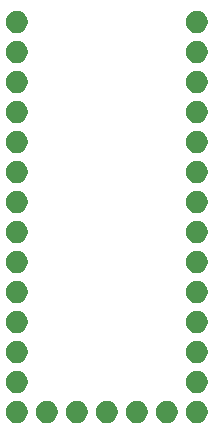
<source format=gts>
G04 #@! TF.FileFunction,Soldermask,Top*
%FSLAX46Y46*%
G04 Gerber Fmt 4.6, Leading zero omitted, Abs format (unit mm)*
G04 Created by KiCad (PCBNEW 4.0.1-3.201512221402+6198~38~ubuntu14.04.1-stable) date Sat 14 May 2016 03:25:43 PM PDT*
%MOMM*%
G01*
G04 APERTURE LIST*
%ADD10C,0.100000*%
G04 APERTURE END LIST*
D10*
G36*
X95348715Y-104724824D02*
X95529248Y-104761883D01*
X95699158Y-104833306D01*
X95851949Y-104936366D01*
X95981821Y-105067146D01*
X96083810Y-105220653D01*
X96154043Y-105391051D01*
X96189772Y-105571499D01*
X96189772Y-105571504D01*
X96189840Y-105571848D01*
X96186901Y-105782358D01*
X96186824Y-105782696D01*
X96186824Y-105782706D01*
X96146070Y-105962086D01*
X96071108Y-106130452D01*
X95964868Y-106281056D01*
X95831399Y-106408157D01*
X95675784Y-106506914D01*
X95503954Y-106573562D01*
X95322452Y-106605566D01*
X95138186Y-106601706D01*
X94958179Y-106562129D01*
X94789288Y-106488343D01*
X94637950Y-106383160D01*
X94509921Y-106250582D01*
X94410081Y-106095661D01*
X94342232Y-105924293D01*
X94308963Y-105743023D01*
X94311535Y-105558736D01*
X94349856Y-105378456D01*
X94422459Y-105209057D01*
X94526587Y-105056984D01*
X94658266Y-104928033D01*
X94812487Y-104827114D01*
X94983372Y-104758072D01*
X95164409Y-104723538D01*
X95348715Y-104724824D01*
X95348715Y-104724824D01*
G37*
G36*
X110588715Y-104724824D02*
X110769248Y-104761883D01*
X110939158Y-104833306D01*
X111091949Y-104936366D01*
X111221821Y-105067146D01*
X111323810Y-105220653D01*
X111394043Y-105391051D01*
X111429772Y-105571499D01*
X111429772Y-105571504D01*
X111429840Y-105571848D01*
X111426901Y-105782358D01*
X111426824Y-105782696D01*
X111426824Y-105782706D01*
X111386070Y-105962086D01*
X111311108Y-106130452D01*
X111204868Y-106281056D01*
X111071399Y-106408157D01*
X110915784Y-106506914D01*
X110743954Y-106573562D01*
X110562452Y-106605566D01*
X110378186Y-106601706D01*
X110198179Y-106562129D01*
X110029288Y-106488343D01*
X109877950Y-106383160D01*
X109749921Y-106250582D01*
X109650081Y-106095661D01*
X109582232Y-105924293D01*
X109548963Y-105743023D01*
X109551535Y-105558736D01*
X109589856Y-105378456D01*
X109662459Y-105209057D01*
X109766587Y-105056984D01*
X109898266Y-104928033D01*
X110052487Y-104827114D01*
X110223372Y-104758072D01*
X110404409Y-104723538D01*
X110588715Y-104724824D01*
X110588715Y-104724824D01*
G37*
G36*
X108048715Y-104724824D02*
X108229248Y-104761883D01*
X108399158Y-104833306D01*
X108551949Y-104936366D01*
X108681821Y-105067146D01*
X108783810Y-105220653D01*
X108854043Y-105391051D01*
X108889772Y-105571499D01*
X108889772Y-105571504D01*
X108889840Y-105571848D01*
X108886901Y-105782358D01*
X108886824Y-105782696D01*
X108886824Y-105782706D01*
X108846070Y-105962086D01*
X108771108Y-106130452D01*
X108664868Y-106281056D01*
X108531399Y-106408157D01*
X108375784Y-106506914D01*
X108203954Y-106573562D01*
X108022452Y-106605566D01*
X107838186Y-106601706D01*
X107658179Y-106562129D01*
X107489288Y-106488343D01*
X107337950Y-106383160D01*
X107209921Y-106250582D01*
X107110081Y-106095661D01*
X107042232Y-105924293D01*
X107008963Y-105743023D01*
X107011535Y-105558736D01*
X107049856Y-105378456D01*
X107122459Y-105209057D01*
X107226587Y-105056984D01*
X107358266Y-104928033D01*
X107512487Y-104827114D01*
X107683372Y-104758072D01*
X107864409Y-104723538D01*
X108048715Y-104724824D01*
X108048715Y-104724824D01*
G37*
G36*
X102968715Y-104724824D02*
X103149248Y-104761883D01*
X103319158Y-104833306D01*
X103471949Y-104936366D01*
X103601821Y-105067146D01*
X103703810Y-105220653D01*
X103774043Y-105391051D01*
X103809772Y-105571499D01*
X103809772Y-105571504D01*
X103809840Y-105571848D01*
X103806901Y-105782358D01*
X103806824Y-105782696D01*
X103806824Y-105782706D01*
X103766070Y-105962086D01*
X103691108Y-106130452D01*
X103584868Y-106281056D01*
X103451399Y-106408157D01*
X103295784Y-106506914D01*
X103123954Y-106573562D01*
X102942452Y-106605566D01*
X102758186Y-106601706D01*
X102578179Y-106562129D01*
X102409288Y-106488343D01*
X102257950Y-106383160D01*
X102129921Y-106250582D01*
X102030081Y-106095661D01*
X101962232Y-105924293D01*
X101928963Y-105743023D01*
X101931535Y-105558736D01*
X101969856Y-105378456D01*
X102042459Y-105209057D01*
X102146587Y-105056984D01*
X102278266Y-104928033D01*
X102432487Y-104827114D01*
X102603372Y-104758072D01*
X102784409Y-104723538D01*
X102968715Y-104724824D01*
X102968715Y-104724824D01*
G37*
G36*
X100428715Y-104724824D02*
X100609248Y-104761883D01*
X100779158Y-104833306D01*
X100931949Y-104936366D01*
X101061821Y-105067146D01*
X101163810Y-105220653D01*
X101234043Y-105391051D01*
X101269772Y-105571499D01*
X101269772Y-105571504D01*
X101269840Y-105571848D01*
X101266901Y-105782358D01*
X101266824Y-105782696D01*
X101266824Y-105782706D01*
X101226070Y-105962086D01*
X101151108Y-106130452D01*
X101044868Y-106281056D01*
X100911399Y-106408157D01*
X100755784Y-106506914D01*
X100583954Y-106573562D01*
X100402452Y-106605566D01*
X100218186Y-106601706D01*
X100038179Y-106562129D01*
X99869288Y-106488343D01*
X99717950Y-106383160D01*
X99589921Y-106250582D01*
X99490081Y-106095661D01*
X99422232Y-105924293D01*
X99388963Y-105743023D01*
X99391535Y-105558736D01*
X99429856Y-105378456D01*
X99502459Y-105209057D01*
X99606587Y-105056984D01*
X99738266Y-104928033D01*
X99892487Y-104827114D01*
X100063372Y-104758072D01*
X100244409Y-104723538D01*
X100428715Y-104724824D01*
X100428715Y-104724824D01*
G37*
G36*
X105508715Y-104724824D02*
X105689248Y-104761883D01*
X105859158Y-104833306D01*
X106011949Y-104936366D01*
X106141821Y-105067146D01*
X106243810Y-105220653D01*
X106314043Y-105391051D01*
X106349772Y-105571499D01*
X106349772Y-105571504D01*
X106349840Y-105571848D01*
X106346901Y-105782358D01*
X106346824Y-105782696D01*
X106346824Y-105782706D01*
X106306070Y-105962086D01*
X106231108Y-106130452D01*
X106124868Y-106281056D01*
X105991399Y-106408157D01*
X105835784Y-106506914D01*
X105663954Y-106573562D01*
X105482452Y-106605566D01*
X105298186Y-106601706D01*
X105118179Y-106562129D01*
X104949288Y-106488343D01*
X104797950Y-106383160D01*
X104669921Y-106250582D01*
X104570081Y-106095661D01*
X104502232Y-105924293D01*
X104468963Y-105743023D01*
X104471535Y-105558736D01*
X104509856Y-105378456D01*
X104582459Y-105209057D01*
X104686587Y-105056984D01*
X104818266Y-104928033D01*
X104972487Y-104827114D01*
X105143372Y-104758072D01*
X105324409Y-104723538D01*
X105508715Y-104724824D01*
X105508715Y-104724824D01*
G37*
G36*
X97888715Y-104724824D02*
X98069248Y-104761883D01*
X98239158Y-104833306D01*
X98391949Y-104936366D01*
X98521821Y-105067146D01*
X98623810Y-105220653D01*
X98694043Y-105391051D01*
X98729772Y-105571499D01*
X98729772Y-105571504D01*
X98729840Y-105571848D01*
X98726901Y-105782358D01*
X98726824Y-105782696D01*
X98726824Y-105782706D01*
X98686070Y-105962086D01*
X98611108Y-106130452D01*
X98504868Y-106281056D01*
X98371399Y-106408157D01*
X98215784Y-106506914D01*
X98043954Y-106573562D01*
X97862452Y-106605566D01*
X97678186Y-106601706D01*
X97498179Y-106562129D01*
X97329288Y-106488343D01*
X97177950Y-106383160D01*
X97049921Y-106250582D01*
X96950081Y-106095661D01*
X96882232Y-105924293D01*
X96848963Y-105743023D01*
X96851535Y-105558736D01*
X96889856Y-105378456D01*
X96962459Y-105209057D01*
X97066587Y-105056984D01*
X97198266Y-104928033D01*
X97352487Y-104827114D01*
X97523372Y-104758072D01*
X97704409Y-104723538D01*
X97888715Y-104724824D01*
X97888715Y-104724824D01*
G37*
G36*
X110588715Y-102184824D02*
X110769248Y-102221883D01*
X110939158Y-102293306D01*
X111091949Y-102396366D01*
X111221821Y-102527146D01*
X111323810Y-102680653D01*
X111394043Y-102851051D01*
X111429772Y-103031499D01*
X111429772Y-103031504D01*
X111429840Y-103031848D01*
X111426901Y-103242358D01*
X111426824Y-103242696D01*
X111426824Y-103242706D01*
X111386070Y-103422086D01*
X111311108Y-103590452D01*
X111204868Y-103741056D01*
X111071399Y-103868157D01*
X110915784Y-103966914D01*
X110743954Y-104033562D01*
X110562452Y-104065566D01*
X110378186Y-104061706D01*
X110198179Y-104022129D01*
X110029288Y-103948343D01*
X109877950Y-103843160D01*
X109749921Y-103710582D01*
X109650081Y-103555661D01*
X109582232Y-103384293D01*
X109548963Y-103203023D01*
X109551535Y-103018736D01*
X109589856Y-102838456D01*
X109662459Y-102669057D01*
X109766587Y-102516984D01*
X109898266Y-102388033D01*
X110052487Y-102287114D01*
X110223372Y-102218072D01*
X110404409Y-102183538D01*
X110588715Y-102184824D01*
X110588715Y-102184824D01*
G37*
G36*
X95348715Y-102184824D02*
X95529248Y-102221883D01*
X95699158Y-102293306D01*
X95851949Y-102396366D01*
X95981821Y-102527146D01*
X96083810Y-102680653D01*
X96154043Y-102851051D01*
X96189772Y-103031499D01*
X96189772Y-103031504D01*
X96189840Y-103031848D01*
X96186901Y-103242358D01*
X96186824Y-103242696D01*
X96186824Y-103242706D01*
X96146070Y-103422086D01*
X96071108Y-103590452D01*
X95964868Y-103741056D01*
X95831399Y-103868157D01*
X95675784Y-103966914D01*
X95503954Y-104033562D01*
X95322452Y-104065566D01*
X95138186Y-104061706D01*
X94958179Y-104022129D01*
X94789288Y-103948343D01*
X94637950Y-103843160D01*
X94509921Y-103710582D01*
X94410081Y-103555661D01*
X94342232Y-103384293D01*
X94308963Y-103203023D01*
X94311535Y-103018736D01*
X94349856Y-102838456D01*
X94422459Y-102669057D01*
X94526587Y-102516984D01*
X94658266Y-102388033D01*
X94812487Y-102287114D01*
X94983372Y-102218072D01*
X95164409Y-102183538D01*
X95348715Y-102184824D01*
X95348715Y-102184824D01*
G37*
G36*
X110588715Y-99644824D02*
X110769248Y-99681883D01*
X110939158Y-99753306D01*
X111091949Y-99856366D01*
X111221821Y-99987146D01*
X111323810Y-100140653D01*
X111394043Y-100311051D01*
X111429772Y-100491499D01*
X111429772Y-100491504D01*
X111429840Y-100491848D01*
X111426901Y-100702358D01*
X111426824Y-100702696D01*
X111426824Y-100702706D01*
X111386070Y-100882086D01*
X111311108Y-101050452D01*
X111204868Y-101201056D01*
X111071399Y-101328157D01*
X110915784Y-101426914D01*
X110743954Y-101493562D01*
X110562452Y-101525566D01*
X110378186Y-101521706D01*
X110198179Y-101482129D01*
X110029288Y-101408343D01*
X109877950Y-101303160D01*
X109749921Y-101170582D01*
X109650081Y-101015661D01*
X109582232Y-100844293D01*
X109548963Y-100663023D01*
X109551535Y-100478736D01*
X109589856Y-100298456D01*
X109662459Y-100129057D01*
X109766587Y-99976984D01*
X109898266Y-99848033D01*
X110052487Y-99747114D01*
X110223372Y-99678072D01*
X110404409Y-99643538D01*
X110588715Y-99644824D01*
X110588715Y-99644824D01*
G37*
G36*
X95348715Y-99644824D02*
X95529248Y-99681883D01*
X95699158Y-99753306D01*
X95851949Y-99856366D01*
X95981821Y-99987146D01*
X96083810Y-100140653D01*
X96154043Y-100311051D01*
X96189772Y-100491499D01*
X96189772Y-100491504D01*
X96189840Y-100491848D01*
X96186901Y-100702358D01*
X96186824Y-100702696D01*
X96186824Y-100702706D01*
X96146070Y-100882086D01*
X96071108Y-101050452D01*
X95964868Y-101201056D01*
X95831399Y-101328157D01*
X95675784Y-101426914D01*
X95503954Y-101493562D01*
X95322452Y-101525566D01*
X95138186Y-101521706D01*
X94958179Y-101482129D01*
X94789288Y-101408343D01*
X94637950Y-101303160D01*
X94509921Y-101170582D01*
X94410081Y-101015661D01*
X94342232Y-100844293D01*
X94308963Y-100663023D01*
X94311535Y-100478736D01*
X94349856Y-100298456D01*
X94422459Y-100129057D01*
X94526587Y-99976984D01*
X94658266Y-99848033D01*
X94812487Y-99747114D01*
X94983372Y-99678072D01*
X95164409Y-99643538D01*
X95348715Y-99644824D01*
X95348715Y-99644824D01*
G37*
G36*
X95348715Y-97104824D02*
X95529248Y-97141883D01*
X95699158Y-97213306D01*
X95851949Y-97316366D01*
X95981821Y-97447146D01*
X96083810Y-97600653D01*
X96154043Y-97771051D01*
X96189772Y-97951499D01*
X96189772Y-97951504D01*
X96189840Y-97951848D01*
X96186901Y-98162358D01*
X96186824Y-98162696D01*
X96186824Y-98162706D01*
X96146070Y-98342086D01*
X96071108Y-98510452D01*
X95964868Y-98661056D01*
X95831399Y-98788157D01*
X95675784Y-98886914D01*
X95503954Y-98953562D01*
X95322452Y-98985566D01*
X95138186Y-98981706D01*
X94958179Y-98942129D01*
X94789288Y-98868343D01*
X94637950Y-98763160D01*
X94509921Y-98630582D01*
X94410081Y-98475661D01*
X94342232Y-98304293D01*
X94308963Y-98123023D01*
X94311535Y-97938736D01*
X94349856Y-97758456D01*
X94422459Y-97589057D01*
X94526587Y-97436984D01*
X94658266Y-97308033D01*
X94812487Y-97207114D01*
X94983372Y-97138072D01*
X95164409Y-97103538D01*
X95348715Y-97104824D01*
X95348715Y-97104824D01*
G37*
G36*
X110588715Y-97104824D02*
X110769248Y-97141883D01*
X110939158Y-97213306D01*
X111091949Y-97316366D01*
X111221821Y-97447146D01*
X111323810Y-97600653D01*
X111394043Y-97771051D01*
X111429772Y-97951499D01*
X111429772Y-97951504D01*
X111429840Y-97951848D01*
X111426901Y-98162358D01*
X111426824Y-98162696D01*
X111426824Y-98162706D01*
X111386070Y-98342086D01*
X111311108Y-98510452D01*
X111204868Y-98661056D01*
X111071399Y-98788157D01*
X110915784Y-98886914D01*
X110743954Y-98953562D01*
X110562452Y-98985566D01*
X110378186Y-98981706D01*
X110198179Y-98942129D01*
X110029288Y-98868343D01*
X109877950Y-98763160D01*
X109749921Y-98630582D01*
X109650081Y-98475661D01*
X109582232Y-98304293D01*
X109548963Y-98123023D01*
X109551535Y-97938736D01*
X109589856Y-97758456D01*
X109662459Y-97589057D01*
X109766587Y-97436984D01*
X109898266Y-97308033D01*
X110052487Y-97207114D01*
X110223372Y-97138072D01*
X110404409Y-97103538D01*
X110588715Y-97104824D01*
X110588715Y-97104824D01*
G37*
G36*
X95348715Y-94564824D02*
X95529248Y-94601883D01*
X95699158Y-94673306D01*
X95851949Y-94776366D01*
X95981821Y-94907146D01*
X96083810Y-95060653D01*
X96154043Y-95231051D01*
X96189772Y-95411499D01*
X96189772Y-95411504D01*
X96189840Y-95411848D01*
X96186901Y-95622358D01*
X96186824Y-95622696D01*
X96186824Y-95622706D01*
X96146070Y-95802086D01*
X96071108Y-95970452D01*
X95964868Y-96121056D01*
X95831399Y-96248157D01*
X95675784Y-96346914D01*
X95503954Y-96413562D01*
X95322452Y-96445566D01*
X95138186Y-96441706D01*
X94958179Y-96402129D01*
X94789288Y-96328343D01*
X94637950Y-96223160D01*
X94509921Y-96090582D01*
X94410081Y-95935661D01*
X94342232Y-95764293D01*
X94308963Y-95583023D01*
X94311535Y-95398736D01*
X94349856Y-95218456D01*
X94422459Y-95049057D01*
X94526587Y-94896984D01*
X94658266Y-94768033D01*
X94812487Y-94667114D01*
X94983372Y-94598072D01*
X95164409Y-94563538D01*
X95348715Y-94564824D01*
X95348715Y-94564824D01*
G37*
G36*
X110588715Y-94564824D02*
X110769248Y-94601883D01*
X110939158Y-94673306D01*
X111091949Y-94776366D01*
X111221821Y-94907146D01*
X111323810Y-95060653D01*
X111394043Y-95231051D01*
X111429772Y-95411499D01*
X111429772Y-95411504D01*
X111429840Y-95411848D01*
X111426901Y-95622358D01*
X111426824Y-95622696D01*
X111426824Y-95622706D01*
X111386070Y-95802086D01*
X111311108Y-95970452D01*
X111204868Y-96121056D01*
X111071399Y-96248157D01*
X110915784Y-96346914D01*
X110743954Y-96413562D01*
X110562452Y-96445566D01*
X110378186Y-96441706D01*
X110198179Y-96402129D01*
X110029288Y-96328343D01*
X109877950Y-96223160D01*
X109749921Y-96090582D01*
X109650081Y-95935661D01*
X109582232Y-95764293D01*
X109548963Y-95583023D01*
X109551535Y-95398736D01*
X109589856Y-95218456D01*
X109662459Y-95049057D01*
X109766587Y-94896984D01*
X109898266Y-94768033D01*
X110052487Y-94667114D01*
X110223372Y-94598072D01*
X110404409Y-94563538D01*
X110588715Y-94564824D01*
X110588715Y-94564824D01*
G37*
G36*
X110588715Y-92024824D02*
X110769248Y-92061883D01*
X110939158Y-92133306D01*
X111091949Y-92236366D01*
X111221821Y-92367146D01*
X111323810Y-92520653D01*
X111394043Y-92691051D01*
X111429772Y-92871499D01*
X111429772Y-92871504D01*
X111429840Y-92871848D01*
X111426901Y-93082358D01*
X111426824Y-93082696D01*
X111426824Y-93082706D01*
X111386070Y-93262086D01*
X111311108Y-93430452D01*
X111204868Y-93581056D01*
X111071399Y-93708157D01*
X110915784Y-93806914D01*
X110743954Y-93873562D01*
X110562452Y-93905566D01*
X110378186Y-93901706D01*
X110198179Y-93862129D01*
X110029288Y-93788343D01*
X109877950Y-93683160D01*
X109749921Y-93550582D01*
X109650081Y-93395661D01*
X109582232Y-93224293D01*
X109548963Y-93043023D01*
X109551535Y-92858736D01*
X109589856Y-92678456D01*
X109662459Y-92509057D01*
X109766587Y-92356984D01*
X109898266Y-92228033D01*
X110052487Y-92127114D01*
X110223372Y-92058072D01*
X110404409Y-92023538D01*
X110588715Y-92024824D01*
X110588715Y-92024824D01*
G37*
G36*
X95348715Y-92024824D02*
X95529248Y-92061883D01*
X95699158Y-92133306D01*
X95851949Y-92236366D01*
X95981821Y-92367146D01*
X96083810Y-92520653D01*
X96154043Y-92691051D01*
X96189772Y-92871499D01*
X96189772Y-92871504D01*
X96189840Y-92871848D01*
X96186901Y-93082358D01*
X96186824Y-93082696D01*
X96186824Y-93082706D01*
X96146070Y-93262086D01*
X96071108Y-93430452D01*
X95964868Y-93581056D01*
X95831399Y-93708157D01*
X95675784Y-93806914D01*
X95503954Y-93873562D01*
X95322452Y-93905566D01*
X95138186Y-93901706D01*
X94958179Y-93862129D01*
X94789288Y-93788343D01*
X94637950Y-93683160D01*
X94509921Y-93550582D01*
X94410081Y-93395661D01*
X94342232Y-93224293D01*
X94308963Y-93043023D01*
X94311535Y-92858736D01*
X94349856Y-92678456D01*
X94422459Y-92509057D01*
X94526587Y-92356984D01*
X94658266Y-92228033D01*
X94812487Y-92127114D01*
X94983372Y-92058072D01*
X95164409Y-92023538D01*
X95348715Y-92024824D01*
X95348715Y-92024824D01*
G37*
G36*
X110588715Y-89484824D02*
X110769248Y-89521883D01*
X110939158Y-89593306D01*
X111091949Y-89696366D01*
X111221821Y-89827146D01*
X111323810Y-89980653D01*
X111394043Y-90151051D01*
X111429772Y-90331499D01*
X111429772Y-90331504D01*
X111429840Y-90331848D01*
X111426901Y-90542358D01*
X111426824Y-90542696D01*
X111426824Y-90542706D01*
X111386070Y-90722086D01*
X111311108Y-90890452D01*
X111204868Y-91041056D01*
X111071399Y-91168157D01*
X110915784Y-91266914D01*
X110743954Y-91333562D01*
X110562452Y-91365566D01*
X110378186Y-91361706D01*
X110198179Y-91322129D01*
X110029288Y-91248343D01*
X109877950Y-91143160D01*
X109749921Y-91010582D01*
X109650081Y-90855661D01*
X109582232Y-90684293D01*
X109548963Y-90503023D01*
X109551535Y-90318736D01*
X109589856Y-90138456D01*
X109662459Y-89969057D01*
X109766587Y-89816984D01*
X109898266Y-89688033D01*
X110052487Y-89587114D01*
X110223372Y-89518072D01*
X110404409Y-89483538D01*
X110588715Y-89484824D01*
X110588715Y-89484824D01*
G37*
G36*
X95348715Y-89484824D02*
X95529248Y-89521883D01*
X95699158Y-89593306D01*
X95851949Y-89696366D01*
X95981821Y-89827146D01*
X96083810Y-89980653D01*
X96154043Y-90151051D01*
X96189772Y-90331499D01*
X96189772Y-90331504D01*
X96189840Y-90331848D01*
X96186901Y-90542358D01*
X96186824Y-90542696D01*
X96186824Y-90542706D01*
X96146070Y-90722086D01*
X96071108Y-90890452D01*
X95964868Y-91041056D01*
X95831399Y-91168157D01*
X95675784Y-91266914D01*
X95503954Y-91333562D01*
X95322452Y-91365566D01*
X95138186Y-91361706D01*
X94958179Y-91322129D01*
X94789288Y-91248343D01*
X94637950Y-91143160D01*
X94509921Y-91010582D01*
X94410081Y-90855661D01*
X94342232Y-90684293D01*
X94308963Y-90503023D01*
X94311535Y-90318736D01*
X94349856Y-90138456D01*
X94422459Y-89969057D01*
X94526587Y-89816984D01*
X94658266Y-89688033D01*
X94812487Y-89587114D01*
X94983372Y-89518072D01*
X95164409Y-89483538D01*
X95348715Y-89484824D01*
X95348715Y-89484824D01*
G37*
G36*
X95348715Y-86944824D02*
X95529248Y-86981883D01*
X95699158Y-87053306D01*
X95851949Y-87156366D01*
X95981821Y-87287146D01*
X96083810Y-87440653D01*
X96154043Y-87611051D01*
X96189772Y-87791499D01*
X96189772Y-87791504D01*
X96189840Y-87791848D01*
X96186901Y-88002358D01*
X96186824Y-88002696D01*
X96186824Y-88002706D01*
X96146070Y-88182086D01*
X96071108Y-88350452D01*
X95964868Y-88501056D01*
X95831399Y-88628157D01*
X95675784Y-88726914D01*
X95503954Y-88793562D01*
X95322452Y-88825566D01*
X95138186Y-88821706D01*
X94958179Y-88782129D01*
X94789288Y-88708343D01*
X94637950Y-88603160D01*
X94509921Y-88470582D01*
X94410081Y-88315661D01*
X94342232Y-88144293D01*
X94308963Y-87963023D01*
X94311535Y-87778736D01*
X94349856Y-87598456D01*
X94422459Y-87429057D01*
X94526587Y-87276984D01*
X94658266Y-87148033D01*
X94812487Y-87047114D01*
X94983372Y-86978072D01*
X95164409Y-86943538D01*
X95348715Y-86944824D01*
X95348715Y-86944824D01*
G37*
G36*
X110588715Y-86944824D02*
X110769248Y-86981883D01*
X110939158Y-87053306D01*
X111091949Y-87156366D01*
X111221821Y-87287146D01*
X111323810Y-87440653D01*
X111394043Y-87611051D01*
X111429772Y-87791499D01*
X111429772Y-87791504D01*
X111429840Y-87791848D01*
X111426901Y-88002358D01*
X111426824Y-88002696D01*
X111426824Y-88002706D01*
X111386070Y-88182086D01*
X111311108Y-88350452D01*
X111204868Y-88501056D01*
X111071399Y-88628157D01*
X110915784Y-88726914D01*
X110743954Y-88793562D01*
X110562452Y-88825566D01*
X110378186Y-88821706D01*
X110198179Y-88782129D01*
X110029288Y-88708343D01*
X109877950Y-88603160D01*
X109749921Y-88470582D01*
X109650081Y-88315661D01*
X109582232Y-88144293D01*
X109548963Y-87963023D01*
X109551535Y-87778736D01*
X109589856Y-87598456D01*
X109662459Y-87429057D01*
X109766587Y-87276984D01*
X109898266Y-87148033D01*
X110052487Y-87047114D01*
X110223372Y-86978072D01*
X110404409Y-86943538D01*
X110588715Y-86944824D01*
X110588715Y-86944824D01*
G37*
G36*
X110588715Y-84404824D02*
X110769248Y-84441883D01*
X110939158Y-84513306D01*
X111091949Y-84616366D01*
X111221821Y-84747146D01*
X111323810Y-84900653D01*
X111394043Y-85071051D01*
X111429772Y-85251499D01*
X111429772Y-85251504D01*
X111429840Y-85251848D01*
X111426901Y-85462358D01*
X111426824Y-85462696D01*
X111426824Y-85462706D01*
X111386070Y-85642086D01*
X111311108Y-85810452D01*
X111204868Y-85961056D01*
X111071399Y-86088157D01*
X110915784Y-86186914D01*
X110743954Y-86253562D01*
X110562452Y-86285566D01*
X110378186Y-86281706D01*
X110198179Y-86242129D01*
X110029288Y-86168343D01*
X109877950Y-86063160D01*
X109749921Y-85930582D01*
X109650081Y-85775661D01*
X109582232Y-85604293D01*
X109548963Y-85423023D01*
X109551535Y-85238736D01*
X109589856Y-85058456D01*
X109662459Y-84889057D01*
X109766587Y-84736984D01*
X109898266Y-84608033D01*
X110052487Y-84507114D01*
X110223372Y-84438072D01*
X110404409Y-84403538D01*
X110588715Y-84404824D01*
X110588715Y-84404824D01*
G37*
G36*
X95348715Y-84404824D02*
X95529248Y-84441883D01*
X95699158Y-84513306D01*
X95851949Y-84616366D01*
X95981821Y-84747146D01*
X96083810Y-84900653D01*
X96154043Y-85071051D01*
X96189772Y-85251499D01*
X96189772Y-85251504D01*
X96189840Y-85251848D01*
X96186901Y-85462358D01*
X96186824Y-85462696D01*
X96186824Y-85462706D01*
X96146070Y-85642086D01*
X96071108Y-85810452D01*
X95964868Y-85961056D01*
X95831399Y-86088157D01*
X95675784Y-86186914D01*
X95503954Y-86253562D01*
X95322452Y-86285566D01*
X95138186Y-86281706D01*
X94958179Y-86242129D01*
X94789288Y-86168343D01*
X94637950Y-86063160D01*
X94509921Y-85930582D01*
X94410081Y-85775661D01*
X94342232Y-85604293D01*
X94308963Y-85423023D01*
X94311535Y-85238736D01*
X94349856Y-85058456D01*
X94422459Y-84889057D01*
X94526587Y-84736984D01*
X94658266Y-84608033D01*
X94812487Y-84507114D01*
X94983372Y-84438072D01*
X95164409Y-84403538D01*
X95348715Y-84404824D01*
X95348715Y-84404824D01*
G37*
G36*
X110588715Y-81864824D02*
X110769248Y-81901883D01*
X110939158Y-81973306D01*
X111091949Y-82076366D01*
X111221821Y-82207146D01*
X111323810Y-82360653D01*
X111394043Y-82531051D01*
X111429772Y-82711499D01*
X111429772Y-82711504D01*
X111429840Y-82711848D01*
X111426901Y-82922358D01*
X111426824Y-82922696D01*
X111426824Y-82922706D01*
X111386070Y-83102086D01*
X111311108Y-83270452D01*
X111204868Y-83421056D01*
X111071399Y-83548157D01*
X110915784Y-83646914D01*
X110743954Y-83713562D01*
X110562452Y-83745566D01*
X110378186Y-83741706D01*
X110198179Y-83702129D01*
X110029288Y-83628343D01*
X109877950Y-83523160D01*
X109749921Y-83390582D01*
X109650081Y-83235661D01*
X109582232Y-83064293D01*
X109548963Y-82883023D01*
X109551535Y-82698736D01*
X109589856Y-82518456D01*
X109662459Y-82349057D01*
X109766587Y-82196984D01*
X109898266Y-82068033D01*
X110052487Y-81967114D01*
X110223372Y-81898072D01*
X110404409Y-81863538D01*
X110588715Y-81864824D01*
X110588715Y-81864824D01*
G37*
G36*
X95348715Y-81864824D02*
X95529248Y-81901883D01*
X95699158Y-81973306D01*
X95851949Y-82076366D01*
X95981821Y-82207146D01*
X96083810Y-82360653D01*
X96154043Y-82531051D01*
X96189772Y-82711499D01*
X96189772Y-82711504D01*
X96189840Y-82711848D01*
X96186901Y-82922358D01*
X96186824Y-82922696D01*
X96186824Y-82922706D01*
X96146070Y-83102086D01*
X96071108Y-83270452D01*
X95964868Y-83421056D01*
X95831399Y-83548157D01*
X95675784Y-83646914D01*
X95503954Y-83713562D01*
X95322452Y-83745566D01*
X95138186Y-83741706D01*
X94958179Y-83702129D01*
X94789288Y-83628343D01*
X94637950Y-83523160D01*
X94509921Y-83390582D01*
X94410081Y-83235661D01*
X94342232Y-83064293D01*
X94308963Y-82883023D01*
X94311535Y-82698736D01*
X94349856Y-82518456D01*
X94422459Y-82349057D01*
X94526587Y-82196984D01*
X94658266Y-82068033D01*
X94812487Y-81967114D01*
X94983372Y-81898072D01*
X95164409Y-81863538D01*
X95348715Y-81864824D01*
X95348715Y-81864824D01*
G37*
G36*
X110588715Y-79324824D02*
X110769248Y-79361883D01*
X110939158Y-79433306D01*
X111091949Y-79536366D01*
X111221821Y-79667146D01*
X111323810Y-79820653D01*
X111394043Y-79991051D01*
X111429772Y-80171499D01*
X111429772Y-80171504D01*
X111429840Y-80171848D01*
X111426901Y-80382358D01*
X111426824Y-80382696D01*
X111426824Y-80382706D01*
X111386070Y-80562086D01*
X111311108Y-80730452D01*
X111204868Y-80881056D01*
X111071399Y-81008157D01*
X110915784Y-81106914D01*
X110743954Y-81173562D01*
X110562452Y-81205566D01*
X110378186Y-81201706D01*
X110198179Y-81162129D01*
X110029288Y-81088343D01*
X109877950Y-80983160D01*
X109749921Y-80850582D01*
X109650081Y-80695661D01*
X109582232Y-80524293D01*
X109548963Y-80343023D01*
X109551535Y-80158736D01*
X109589856Y-79978456D01*
X109662459Y-79809057D01*
X109766587Y-79656984D01*
X109898266Y-79528033D01*
X110052487Y-79427114D01*
X110223372Y-79358072D01*
X110404409Y-79323538D01*
X110588715Y-79324824D01*
X110588715Y-79324824D01*
G37*
G36*
X95348715Y-79324824D02*
X95529248Y-79361883D01*
X95699158Y-79433306D01*
X95851949Y-79536366D01*
X95981821Y-79667146D01*
X96083810Y-79820653D01*
X96154043Y-79991051D01*
X96189772Y-80171499D01*
X96189772Y-80171504D01*
X96189840Y-80171848D01*
X96186901Y-80382358D01*
X96186824Y-80382696D01*
X96186824Y-80382706D01*
X96146070Y-80562086D01*
X96071108Y-80730452D01*
X95964868Y-80881056D01*
X95831399Y-81008157D01*
X95675784Y-81106914D01*
X95503954Y-81173562D01*
X95322452Y-81205566D01*
X95138186Y-81201706D01*
X94958179Y-81162129D01*
X94789288Y-81088343D01*
X94637950Y-80983160D01*
X94509921Y-80850582D01*
X94410081Y-80695661D01*
X94342232Y-80524293D01*
X94308963Y-80343023D01*
X94311535Y-80158736D01*
X94349856Y-79978456D01*
X94422459Y-79809057D01*
X94526587Y-79656984D01*
X94658266Y-79528033D01*
X94812487Y-79427114D01*
X94983372Y-79358072D01*
X95164409Y-79323538D01*
X95348715Y-79324824D01*
X95348715Y-79324824D01*
G37*
G36*
X110588715Y-76784824D02*
X110769248Y-76821883D01*
X110939158Y-76893306D01*
X111091949Y-76996366D01*
X111221821Y-77127146D01*
X111323810Y-77280653D01*
X111394043Y-77451051D01*
X111429772Y-77631499D01*
X111429772Y-77631504D01*
X111429840Y-77631848D01*
X111426901Y-77842358D01*
X111426824Y-77842696D01*
X111426824Y-77842706D01*
X111386070Y-78022086D01*
X111311108Y-78190452D01*
X111204868Y-78341056D01*
X111071399Y-78468157D01*
X110915784Y-78566914D01*
X110743954Y-78633562D01*
X110562452Y-78665566D01*
X110378186Y-78661706D01*
X110198179Y-78622129D01*
X110029288Y-78548343D01*
X109877950Y-78443160D01*
X109749921Y-78310582D01*
X109650081Y-78155661D01*
X109582232Y-77984293D01*
X109548963Y-77803023D01*
X109551535Y-77618736D01*
X109589856Y-77438456D01*
X109662459Y-77269057D01*
X109766587Y-77116984D01*
X109898266Y-76988033D01*
X110052487Y-76887114D01*
X110223372Y-76818072D01*
X110404409Y-76783538D01*
X110588715Y-76784824D01*
X110588715Y-76784824D01*
G37*
G36*
X95348715Y-76784824D02*
X95529248Y-76821883D01*
X95699158Y-76893306D01*
X95851949Y-76996366D01*
X95981821Y-77127146D01*
X96083810Y-77280653D01*
X96154043Y-77451051D01*
X96189772Y-77631499D01*
X96189772Y-77631504D01*
X96189840Y-77631848D01*
X96186901Y-77842358D01*
X96186824Y-77842696D01*
X96186824Y-77842706D01*
X96146070Y-78022086D01*
X96071108Y-78190452D01*
X95964868Y-78341056D01*
X95831399Y-78468157D01*
X95675784Y-78566914D01*
X95503954Y-78633562D01*
X95322452Y-78665566D01*
X95138186Y-78661706D01*
X94958179Y-78622129D01*
X94789288Y-78548343D01*
X94637950Y-78443160D01*
X94509921Y-78310582D01*
X94410081Y-78155661D01*
X94342232Y-77984293D01*
X94308963Y-77803023D01*
X94311535Y-77618736D01*
X94349856Y-77438456D01*
X94422459Y-77269057D01*
X94526587Y-77116984D01*
X94658266Y-76988033D01*
X94812487Y-76887114D01*
X94983372Y-76818072D01*
X95164409Y-76783538D01*
X95348715Y-76784824D01*
X95348715Y-76784824D01*
G37*
G36*
X110588715Y-74244824D02*
X110769248Y-74281883D01*
X110939158Y-74353306D01*
X111091949Y-74456366D01*
X111221821Y-74587146D01*
X111323810Y-74740653D01*
X111394043Y-74911051D01*
X111429772Y-75091499D01*
X111429772Y-75091504D01*
X111429840Y-75091848D01*
X111426901Y-75302358D01*
X111426824Y-75302696D01*
X111426824Y-75302706D01*
X111386070Y-75482086D01*
X111311108Y-75650452D01*
X111204868Y-75801056D01*
X111071399Y-75928157D01*
X110915784Y-76026914D01*
X110743954Y-76093562D01*
X110562452Y-76125566D01*
X110378186Y-76121706D01*
X110198179Y-76082129D01*
X110029288Y-76008343D01*
X109877950Y-75903160D01*
X109749921Y-75770582D01*
X109650081Y-75615661D01*
X109582232Y-75444293D01*
X109548963Y-75263023D01*
X109551535Y-75078736D01*
X109589856Y-74898456D01*
X109662459Y-74729057D01*
X109766587Y-74576984D01*
X109898266Y-74448033D01*
X110052487Y-74347114D01*
X110223372Y-74278072D01*
X110404409Y-74243538D01*
X110588715Y-74244824D01*
X110588715Y-74244824D01*
G37*
G36*
X95348715Y-74244824D02*
X95529248Y-74281883D01*
X95699158Y-74353306D01*
X95851949Y-74456366D01*
X95981821Y-74587146D01*
X96083810Y-74740653D01*
X96154043Y-74911051D01*
X96189772Y-75091499D01*
X96189772Y-75091504D01*
X96189840Y-75091848D01*
X96186901Y-75302358D01*
X96186824Y-75302696D01*
X96186824Y-75302706D01*
X96146070Y-75482086D01*
X96071108Y-75650452D01*
X95964868Y-75801056D01*
X95831399Y-75928157D01*
X95675784Y-76026914D01*
X95503954Y-76093562D01*
X95322452Y-76125566D01*
X95138186Y-76121706D01*
X94958179Y-76082129D01*
X94789288Y-76008343D01*
X94637950Y-75903160D01*
X94509921Y-75770582D01*
X94410081Y-75615661D01*
X94342232Y-75444293D01*
X94308963Y-75263023D01*
X94311535Y-75078736D01*
X94349856Y-74898456D01*
X94422459Y-74729057D01*
X94526587Y-74576984D01*
X94658266Y-74448033D01*
X94812487Y-74347114D01*
X94983372Y-74278072D01*
X95164409Y-74243538D01*
X95348715Y-74244824D01*
X95348715Y-74244824D01*
G37*
G36*
X110588715Y-71704824D02*
X110769248Y-71741883D01*
X110939158Y-71813306D01*
X111091949Y-71916366D01*
X111221821Y-72047146D01*
X111323810Y-72200653D01*
X111394043Y-72371051D01*
X111429772Y-72551499D01*
X111429772Y-72551504D01*
X111429840Y-72551848D01*
X111426901Y-72762358D01*
X111426824Y-72762696D01*
X111426824Y-72762706D01*
X111386070Y-72942086D01*
X111311108Y-73110452D01*
X111204868Y-73261056D01*
X111071399Y-73388157D01*
X110915784Y-73486914D01*
X110743954Y-73553562D01*
X110562452Y-73585566D01*
X110378186Y-73581706D01*
X110198179Y-73542129D01*
X110029288Y-73468343D01*
X109877950Y-73363160D01*
X109749921Y-73230582D01*
X109650081Y-73075661D01*
X109582232Y-72904293D01*
X109548963Y-72723023D01*
X109551535Y-72538736D01*
X109589856Y-72358456D01*
X109662459Y-72189057D01*
X109766587Y-72036984D01*
X109898266Y-71908033D01*
X110052487Y-71807114D01*
X110223372Y-71738072D01*
X110404409Y-71703538D01*
X110588715Y-71704824D01*
X110588715Y-71704824D01*
G37*
G36*
X95348715Y-71704824D02*
X95529248Y-71741883D01*
X95699158Y-71813306D01*
X95851949Y-71916366D01*
X95981821Y-72047146D01*
X96083810Y-72200653D01*
X96154043Y-72371051D01*
X96189772Y-72551499D01*
X96189772Y-72551504D01*
X96189840Y-72551848D01*
X96186901Y-72762358D01*
X96186824Y-72762696D01*
X96186824Y-72762706D01*
X96146070Y-72942086D01*
X96071108Y-73110452D01*
X95964868Y-73261056D01*
X95831399Y-73388157D01*
X95675784Y-73486914D01*
X95503954Y-73553562D01*
X95322452Y-73585566D01*
X95138186Y-73581706D01*
X94958179Y-73542129D01*
X94789288Y-73468343D01*
X94637950Y-73363160D01*
X94509921Y-73230582D01*
X94410081Y-73075661D01*
X94342232Y-72904293D01*
X94308963Y-72723023D01*
X94311535Y-72538736D01*
X94349856Y-72358456D01*
X94422459Y-72189057D01*
X94526587Y-72036984D01*
X94658266Y-71908033D01*
X94812487Y-71807114D01*
X94983372Y-71738072D01*
X95164409Y-71703538D01*
X95348715Y-71704824D01*
X95348715Y-71704824D01*
G37*
M02*

</source>
